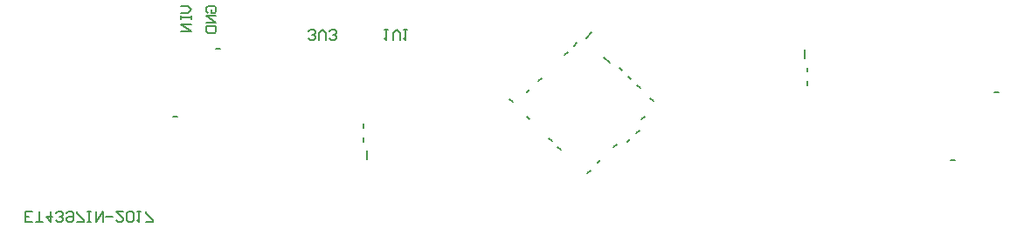
<source format=gbr>
G04 Layer_Color=32896*
%FSLAX44Y44*%
%MOMM*%
G71*
G01*
G75*
%ADD35C,0.2000*%
%ADD90C,0.1800*%
D35*
X338000Y72000D02*
Y80000D01*
X550422Y189422D02*
X556078Y195078D01*
X567921Y171078D02*
X573578Y165422D01*
X762000Y170000D02*
Y178000D01*
D90*
X335000Y89000D02*
Y93000D01*
Y102000D02*
Y106000D01*
X150000Y113000D02*
X154000D01*
X192000Y179000D02*
X196000D01*
X604197Y110475D02*
X607025Y113303D01*
X551586Y58086D02*
X554414Y60914D01*
X514336Y92164D02*
X517164Y89336D01*
X493086Y113414D02*
X495914Y110586D01*
X493086Y136586D02*
X495914Y139414D01*
X538336Y182086D02*
X541164Y184914D01*
X582836Y160664D02*
X585664Y157836D01*
X599836Y143664D02*
X602664Y140836D01*
X577086Y83586D02*
X579914Y86414D01*
X561586Y68086D02*
X564414Y70914D01*
X522836Y83664D02*
X525664Y80836D01*
X476336Y130164D02*
X479164Y127336D01*
X504336Y147836D02*
X507164Y150664D01*
X529836Y173336D02*
X532664Y176164D01*
X591336Y152164D02*
X594164Y149336D01*
X612586Y130914D02*
X615414Y128086D01*
X599086Y97086D02*
X601914Y99914D01*
X590086Y88336D02*
X592914Y91164D01*
X904000Y71000D02*
X908000D01*
X946000Y137000D02*
X950000D01*
X765000Y144000D02*
Y148000D01*
Y157000D02*
Y161000D01*
X158003Y221000D02*
X164668D01*
X168000Y217668D01*
X164668Y214335D01*
X158003D01*
Y211003D02*
Y207671D01*
Y209337D01*
X168000D01*
Y211003D01*
Y207671D01*
Y202673D02*
X158003D01*
X168000Y196008D01*
X158003D01*
X183669Y214335D02*
X182003Y216002D01*
Y219334D01*
X183669Y221000D01*
X190334D01*
X192000Y219334D01*
Y216002D01*
X190334Y214335D01*
X187002D01*
Y217668D01*
X192000Y211003D02*
X182003D01*
X192000Y204339D01*
X182003D01*
Y201006D02*
X192000D01*
Y196008D01*
X190334Y194342D01*
X183669D01*
X182003Y196008D01*
Y201006D01*
X13664Y11003D02*
X7000D01*
Y21000D01*
X13664D01*
X7000Y16002D02*
X10332D01*
X16997Y11003D02*
X23661D01*
X20329D01*
Y21000D01*
X31992D02*
Y11003D01*
X26994Y16002D01*
X33658D01*
X36990Y12669D02*
X38656Y11003D01*
X41989D01*
X43655Y12669D01*
Y14336D01*
X41989Y16002D01*
X40323D01*
X41989D01*
X43655Y17668D01*
Y19334D01*
X41989Y21000D01*
X38656D01*
X36990Y19334D01*
X46987D02*
X48653Y21000D01*
X51986D01*
X53652Y19334D01*
Y12669D01*
X51986Y11003D01*
X48653D01*
X46987Y12669D01*
Y14336D01*
X48653Y16002D01*
X53652D01*
X56984Y11003D02*
X63648D01*
Y12669D01*
X56984Y19334D01*
Y21000D01*
X66981Y11003D02*
X70313D01*
X68647D01*
Y21000D01*
X66981D01*
X70313D01*
X75311D02*
Y11003D01*
X81976Y21000D01*
Y11003D01*
X85308Y16002D02*
X91973D01*
X101969Y21000D02*
X95305D01*
X101969Y14336D01*
Y12669D01*
X100303Y11003D01*
X96971D01*
X95305Y12669D01*
X105302D02*
X106968Y11003D01*
X110300D01*
X111966Y12669D01*
Y19334D01*
X110300Y21000D01*
X106968D01*
X105302Y19334D01*
Y12669D01*
X115298Y21000D02*
X118631D01*
X116965D01*
Y11003D01*
X115298Y12669D01*
X123629Y11003D02*
X130294D01*
Y12669D01*
X123629Y19334D01*
Y21000D01*
X281500Y189169D02*
X283166Y187503D01*
X286498D01*
X288165Y189169D01*
Y190835D01*
X286498Y192502D01*
X284832D01*
X286498D01*
X288165Y194168D01*
Y195834D01*
X286498Y197500D01*
X283166D01*
X281500Y195834D01*
X291497Y187503D02*
Y194168D01*
X294829Y197500D01*
X298161Y194168D01*
Y187503D01*
X301494Y189169D02*
X303160Y187503D01*
X306492D01*
X308158Y189169D01*
Y190835D01*
X306492Y192502D01*
X304826D01*
X306492D01*
X308158Y194168D01*
Y195834D01*
X306492Y197500D01*
X303160D01*
X301494Y195834D01*
X355000Y198000D02*
X358332D01*
X356666D01*
Y188003D01*
X355000Y189669D01*
X363331Y188003D02*
Y194668D01*
X366663Y198000D01*
X369995Y194668D01*
Y188003D01*
X373327Y198000D02*
X376660D01*
X374994D01*
Y188003D01*
X373327Y189669D01*
M02*

</source>
